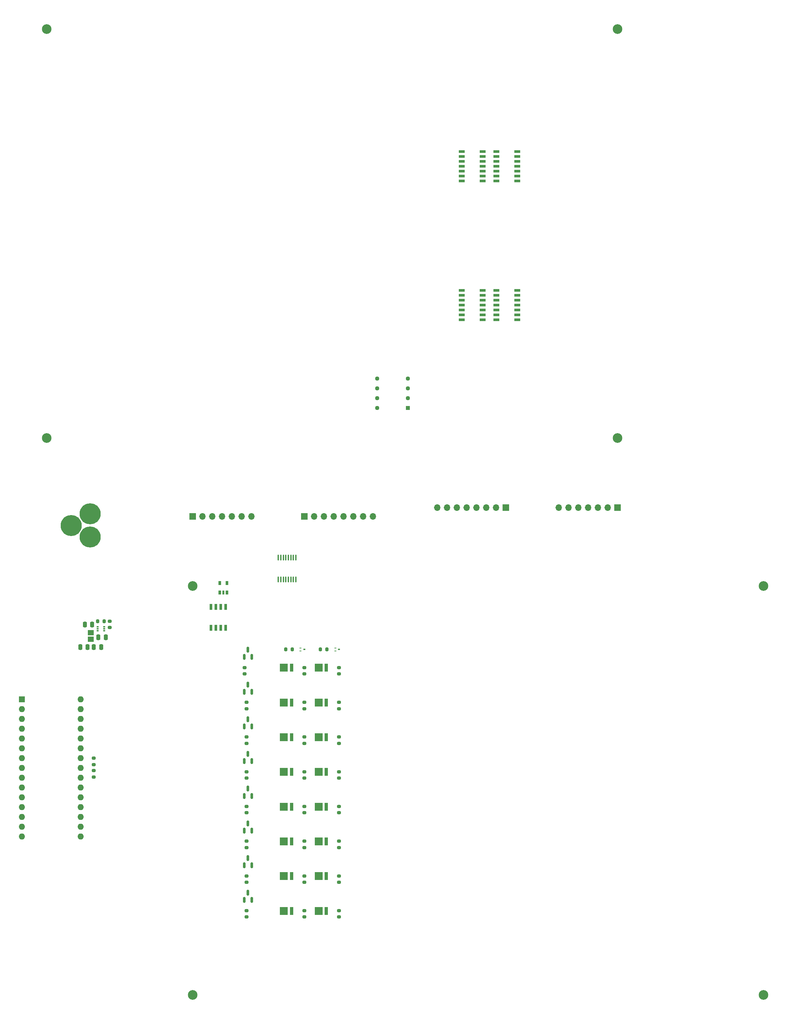
<source format=gts>
%TF.GenerationSoftware,KiCad,Pcbnew,(6.0.5)*%
%TF.CreationDate,2022-07-12T00:37:25-04:00*%
%TF.ProjectId,grouped,67726f75-7065-4642-9e6b-696361645f70,rev?*%
%TF.SameCoordinates,Original*%
%TF.FileFunction,Soldermask,Top*%
%TF.FilePolarity,Negative*%
%FSLAX46Y46*%
G04 Gerber Fmt 4.6, Leading zero omitted, Abs format (unit mm)*
G04 Created by KiCad (PCBNEW (6.0.5)) date 2022-07-12 00:37:25*
%MOMM*%
%LPD*%
G01*
G04 APERTURE LIST*
G04 Aperture macros list*
%AMRoundRect*
0 Rectangle with rounded corners*
0 $1 Rounding radius*
0 $2 $3 $4 $5 $6 $7 $8 $9 X,Y pos of 4 corners*
0 Add a 4 corners polygon primitive as box body*
4,1,4,$2,$3,$4,$5,$6,$7,$8,$9,$2,$3,0*
0 Add four circle primitives for the rounded corners*
1,1,$1+$1,$2,$3*
1,1,$1+$1,$4,$5*
1,1,$1+$1,$6,$7*
1,1,$1+$1,$8,$9*
0 Add four rect primitives between the rounded corners*
20,1,$1+$1,$2,$3,$4,$5,0*
20,1,$1+$1,$4,$5,$6,$7,0*
20,1,$1+$1,$6,$7,$8,$9,0*
20,1,$1+$1,$8,$9,$2,$3,0*%
G04 Aperture macros list end*
%ADD10RoundRect,0.200000X0.275000X-0.200000X0.275000X0.200000X-0.275000X0.200000X-0.275000X-0.200000X0*%
%ADD11RoundRect,0.250000X-0.250000X-0.475000X0.250000X-0.475000X0.250000X0.475000X-0.250000X0.475000X0*%
%ADD12R,1.700000X1.700000*%
%ADD13O,1.700000X1.700000*%
%ADD14C,2.500000*%
%ADD15R,2.120000X2.100000*%
%ADD16R,0.920000X2.100000*%
%ADD17RoundRect,0.200000X-0.275000X0.200000X-0.275000X-0.200000X0.275000X-0.200000X0.275000X0.200000X0*%
%ADD18RoundRect,0.250000X0.250000X0.475000X-0.250000X0.475000X-0.250000X-0.475000X0.250000X-0.475000X0*%
%ADD19R,1.525000X0.700000*%
%ADD20RoundRect,0.100000X-0.100000X0.637500X-0.100000X-0.637500X0.100000X-0.637500X0.100000X0.637500X0*%
%ADD21R,0.520000X0.270000*%
%ADD22R,0.520000X0.360000*%
%ADD23RoundRect,0.150000X0.150000X-0.587500X0.150000X0.587500X-0.150000X0.587500X-0.150000X-0.587500X0*%
%ADD24R,1.650000X1.450000*%
%ADD25R,0.800000X1.000000*%
%ADD26R,0.600000X1.000000*%
%ADD27RoundRect,0.200000X0.200000X0.275000X-0.200000X0.275000X-0.200000X-0.275000X0.200000X-0.275000X0*%
%ADD28R,1.600000X1.600000*%
%ADD29O,1.600000X1.600000*%
%ADD30R,0.492000X0.300000*%
%ADD31R,1.130000X1.130000*%
%ADD32C,1.130000*%
%ADD33C,5.460000*%
%ADD34R,0.650000X1.525000*%
G04 APERTURE END LIST*
D10*
X204750000Y-234925000D03*
X204750000Y-233275000D03*
D11*
X198250000Y-234100000D03*
X200150000Y-234100000D03*
D12*
X255200000Y-206100000D03*
D13*
X257740000Y-206100000D03*
X260280000Y-206100000D03*
X262820000Y-206100000D03*
X265360000Y-206100000D03*
X267900000Y-206100000D03*
X270440000Y-206100000D03*
X272980000Y-206100000D03*
D14*
X226200000Y-224100000D03*
D15*
X258875000Y-272340000D03*
D16*
X260895000Y-272340000D03*
D15*
X258875000Y-263340000D03*
D16*
X260895000Y-263340000D03*
D17*
X255200000Y-299275000D03*
X255200000Y-300925000D03*
X240200000Y-263275000D03*
X240200000Y-264925000D03*
D11*
X201800000Y-237400000D03*
X203700000Y-237400000D03*
D17*
X264200000Y-299275000D03*
X264200000Y-300925000D03*
D18*
X202500000Y-240000000D03*
X200600000Y-240000000D03*
D17*
X255200000Y-290275000D03*
X255200000Y-291925000D03*
X264200000Y-272275000D03*
X264200000Y-273925000D03*
D19*
X310383751Y-119110000D03*
X310383751Y-117840000D03*
X310383751Y-116570000D03*
X310383751Y-115300000D03*
X310383751Y-114030000D03*
X310383751Y-112760000D03*
X310383751Y-111490000D03*
X304959751Y-111490000D03*
X304959751Y-112760000D03*
X304959751Y-114030000D03*
X304959751Y-115300000D03*
X304959751Y-116570000D03*
X304959751Y-117840000D03*
X304959751Y-119110000D03*
D17*
X240200000Y-299275000D03*
X240200000Y-300925000D03*
X264200000Y-290275000D03*
X264200000Y-291925000D03*
X264200000Y-245275000D03*
X264200000Y-246925000D03*
D15*
X249875000Y-272340000D03*
D16*
X251895000Y-272340000D03*
D15*
X249875000Y-299340000D03*
D16*
X251895000Y-299340000D03*
D20*
X252975000Y-216737500D03*
X252325000Y-216737500D03*
X251675000Y-216737500D03*
X251025000Y-216737500D03*
X250375000Y-216737500D03*
X249725000Y-216737500D03*
X249075000Y-216737500D03*
X248425000Y-216737500D03*
X248425000Y-222462500D03*
X249075000Y-222462500D03*
X249725000Y-222462500D03*
X250375000Y-222462500D03*
X251025000Y-222462500D03*
X251675000Y-222462500D03*
X252325000Y-222462500D03*
X252975000Y-222462500D03*
D15*
X249875000Y-308340000D03*
D16*
X251895000Y-308340000D03*
D21*
X254210000Y-240200000D03*
X254210000Y-241000000D03*
D22*
X255190000Y-240600000D03*
D23*
X239630000Y-251537500D03*
X241530000Y-251537500D03*
X240580000Y-249662500D03*
D14*
X374200000Y-224100000D03*
D24*
X199800000Y-236200000D03*
X199800000Y-237900000D03*
D25*
X233250000Y-225800000D03*
D26*
X234200000Y-225800000D03*
D25*
X235150000Y-225800000D03*
X235150000Y-223400000D03*
X233250000Y-223400000D03*
D17*
X255200000Y-272275000D03*
X255200000Y-273925000D03*
D12*
X307421751Y-203800000D03*
D13*
X304881751Y-203800000D03*
X302341751Y-203800000D03*
X299801751Y-203800000D03*
X297261751Y-203800000D03*
X294721751Y-203800000D03*
X292181751Y-203800000D03*
X289641751Y-203800000D03*
D17*
X240200000Y-290275000D03*
X240200000Y-291925000D03*
D15*
X249875000Y-263340000D03*
D16*
X251895000Y-263340000D03*
D23*
X239630000Y-287537500D03*
X241530000Y-287537500D03*
X240580000Y-285662500D03*
D17*
X240200000Y-254275000D03*
X240200000Y-255925000D03*
X240200000Y-281275000D03*
X240200000Y-282925000D03*
X200600000Y-272000000D03*
X200600000Y-273650000D03*
D19*
X301383751Y-119110000D03*
X301383751Y-117840000D03*
X301383751Y-116570000D03*
X301383751Y-115300000D03*
X301383751Y-114030000D03*
X301383751Y-112760000D03*
X301383751Y-111490000D03*
X295959751Y-111490000D03*
X295959751Y-112760000D03*
X295959751Y-114030000D03*
X295959751Y-115300000D03*
X295959751Y-116570000D03*
X295959751Y-117840000D03*
X295959751Y-119110000D03*
D14*
X226200000Y-330100000D03*
D23*
X239630000Y-260537500D03*
X241530000Y-260537500D03*
X240580000Y-258662500D03*
D27*
X261025000Y-240600000D03*
X259375000Y-240600000D03*
D23*
X239630000Y-269537500D03*
X241530000Y-269537500D03*
X240580000Y-267662500D03*
D15*
X249875000Y-281340000D03*
D16*
X251895000Y-281340000D03*
D10*
X200600000Y-270425000D03*
X200600000Y-268775000D03*
D23*
X239630000Y-305537500D03*
X241530000Y-305537500D03*
X240580000Y-303662500D03*
D27*
X252025000Y-240600000D03*
X250375000Y-240600000D03*
D12*
X336421751Y-203800000D03*
D13*
X333881751Y-203800000D03*
X331341751Y-203800000D03*
X328801751Y-203800000D03*
X326261751Y-203800000D03*
X323721751Y-203800000D03*
X321181751Y-203800000D03*
D17*
X240200000Y-272275000D03*
X240200000Y-273925000D03*
D15*
X258875000Y-254340000D03*
D16*
X260895000Y-254340000D03*
D19*
X310383751Y-155110000D03*
X310383751Y-153840000D03*
X310383751Y-152570000D03*
X310383751Y-151300000D03*
X310383751Y-150030000D03*
X310383751Y-148760000D03*
X310383751Y-147490000D03*
X304959751Y-147490000D03*
X304959751Y-148760000D03*
X304959751Y-150030000D03*
X304959751Y-151300000D03*
X304959751Y-152570000D03*
X304959751Y-153840000D03*
X304959751Y-155110000D03*
D15*
X249875000Y-254340000D03*
D16*
X251895000Y-254340000D03*
D15*
X258875000Y-281340000D03*
D16*
X260895000Y-281340000D03*
D21*
X263210000Y-240200000D03*
X263210000Y-241000000D03*
D22*
X264190000Y-240600000D03*
D11*
X197100000Y-240000000D03*
X199000000Y-240000000D03*
D17*
X255200000Y-263275000D03*
X255200000Y-264925000D03*
D15*
X258875000Y-290340000D03*
D16*
X260895000Y-290340000D03*
D15*
X258875000Y-245340000D03*
D16*
X260895000Y-245340000D03*
D17*
X255200000Y-254275000D03*
X255200000Y-255925000D03*
X264200000Y-281275000D03*
X264200000Y-282925000D03*
D15*
X249875000Y-290340000D03*
D16*
X251895000Y-290340000D03*
D17*
X264200000Y-263275000D03*
X264200000Y-264925000D03*
D28*
X181935028Y-253550000D03*
D29*
X181935028Y-256090000D03*
X181935028Y-258630000D03*
X181935028Y-261170000D03*
X181935028Y-263710000D03*
X181935028Y-266250000D03*
X181935028Y-268790000D03*
X181935028Y-271330000D03*
X181935028Y-273870000D03*
X181935028Y-276410000D03*
X181935028Y-278950000D03*
X181935028Y-281490000D03*
X181935028Y-284030000D03*
X181935028Y-286570000D03*
X181935028Y-289110000D03*
X197175028Y-289110000D03*
X197175028Y-286570000D03*
X197175028Y-284030000D03*
X197175028Y-281490000D03*
X197175028Y-278950000D03*
X197175028Y-276410000D03*
X197175028Y-273870000D03*
X197175028Y-271330000D03*
X197175028Y-268790000D03*
X197175028Y-266250000D03*
X197175028Y-263710000D03*
X197175028Y-261170000D03*
X197175028Y-258630000D03*
X197175028Y-256090000D03*
X197175028Y-253550000D03*
D15*
X258875000Y-308340000D03*
D16*
X260895000Y-308340000D03*
D17*
X255200000Y-281275000D03*
X255200000Y-282925000D03*
D27*
X203275000Y-233300000D03*
X201625000Y-233300000D03*
D30*
X201632000Y-234700000D03*
X201632000Y-235200000D03*
X201632000Y-235700000D03*
X203300000Y-235700000D03*
X203300000Y-235200000D03*
X203300000Y-234700000D03*
D17*
X255200000Y-245275000D03*
X255200000Y-246925000D03*
D12*
X226200000Y-206100000D03*
D13*
X228740000Y-206100000D03*
X231280000Y-206100000D03*
X233820000Y-206100000D03*
X236360000Y-206100000D03*
X238900000Y-206100000D03*
X241440000Y-206100000D03*
D31*
X282021751Y-178020000D03*
D32*
X282021751Y-175480000D03*
X282021751Y-172940000D03*
X282021751Y-170400000D03*
X274081751Y-170400000D03*
X274081751Y-172940000D03*
X274081751Y-175480000D03*
X274081751Y-178020000D03*
D23*
X239630000Y-242537500D03*
X241530000Y-242537500D03*
X240580000Y-240662500D03*
D33*
X199620000Y-211450000D03*
X194720000Y-208500000D03*
X199620000Y-205450000D03*
D17*
X240200000Y-308275000D03*
X240200000Y-309925000D03*
D15*
X249875000Y-245340000D03*
D16*
X251895000Y-245340000D03*
D17*
X255200000Y-308275000D03*
X255200000Y-309925000D03*
X264200000Y-254275000D03*
X264200000Y-255925000D03*
D23*
X239630000Y-296537500D03*
X241530000Y-296537500D03*
X240580000Y-294662500D03*
D19*
X301383751Y-155110000D03*
X301383751Y-153840000D03*
X301383751Y-152570000D03*
X301383751Y-151300000D03*
X301383751Y-150030000D03*
X301383751Y-148760000D03*
X301383751Y-147490000D03*
X295959751Y-147490000D03*
X295959751Y-148760000D03*
X295959751Y-150030000D03*
X295959751Y-151300000D03*
X295959751Y-152570000D03*
X295959751Y-153840000D03*
X295959751Y-155110000D03*
D34*
X230995000Y-235012000D03*
X232265000Y-235012000D03*
X233535000Y-235012000D03*
X234805000Y-235012000D03*
X234805000Y-229588000D03*
X233535000Y-229588000D03*
X232265000Y-229588000D03*
X230995000Y-229588000D03*
D23*
X239630000Y-278537500D03*
X241530000Y-278537500D03*
X240580000Y-276662500D03*
D17*
X239700000Y-245275000D03*
X239700000Y-246925000D03*
D15*
X258875000Y-299340000D03*
D16*
X260895000Y-299340000D03*
D14*
X374200000Y-330100000D03*
D17*
X264200000Y-308275000D03*
X264200000Y-309925000D03*
D14*
X336421751Y-185800000D03*
X188421751Y-185800000D03*
X336421751Y-79800000D03*
X188421751Y-79800000D03*
M02*

</source>
